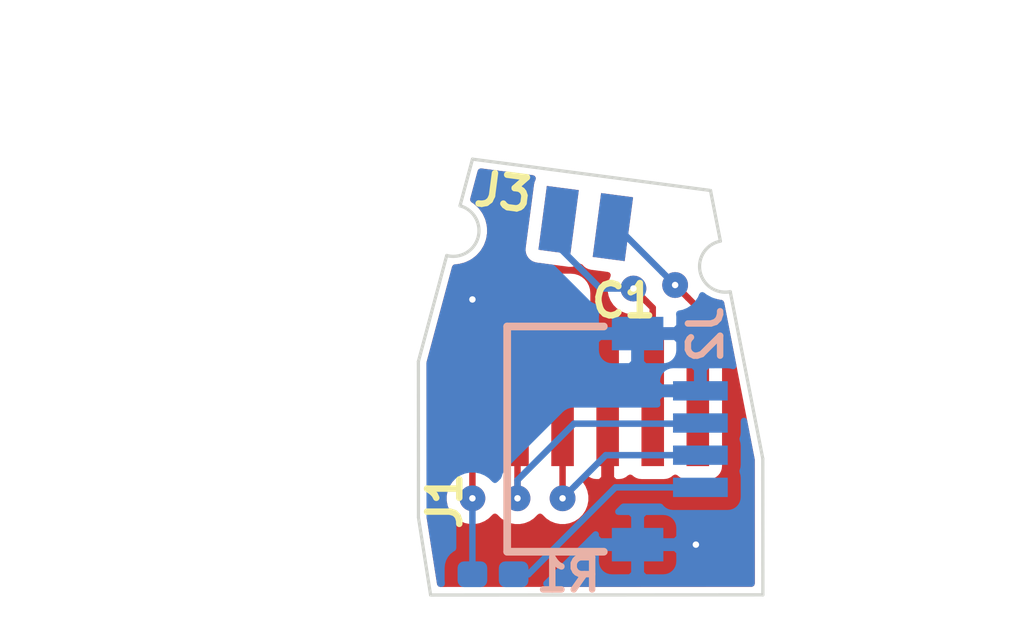
<source format=kicad_pcb>
(kicad_pcb (version 20171130) (host pcbnew "(5.1.4-0-10_14)")

  (general
    (thickness 0.65)
    (drawings 14)
    (tracks 38)
    (zones 0)
    (modules 5)
    (nets 10)
  )

  (page A)
  (title_block
    (title "TYMAN BTE RIGID ")
    (date 2019-09-19)
    (rev V1)
    (company "Solutions Design & Prototyping")
  )

  (layers
    (0 F.Cu signal)
    (31 B.Cu signal)
    (32 B.Adhes user hide)
    (33 F.Adhes user hide)
    (34 B.Paste user)
    (35 F.Paste user)
    (36 B.SilkS user)
    (37 F.SilkS user)
    (38 B.Mask user)
    (39 F.Mask user)
    (40 Dwgs.User user)
    (41 Cmts.User user)
    (42 Eco1.User user)
    (43 Eco2.User user)
    (44 Edge.Cuts user)
    (45 Margin user)
    (46 B.CrtYd user)
    (47 F.CrtYd user)
    (48 B.Fab user hide)
    (49 F.Fab user hide)
  )

  (setup
    (last_trace_width 0.1)
    (user_trace_width 0.1)
    (trace_clearance 0.2)
    (zone_clearance 0.1)
    (zone_45_only no)
    (trace_min 0.1)
    (via_size 0.8)
    (via_drill 0.4)
    (via_min_size 0.4)
    (via_min_drill 0.1)
    (user_via 0.4 0.1)
    (uvia_size 0.3)
    (uvia_drill 0.1)
    (uvias_allowed yes)
    (uvia_min_size 0.2)
    (uvia_min_drill 0.1)
    (edge_width 0.05)
    (segment_width 0.2)
    (pcb_text_width 0.3)
    (pcb_text_size 1.5 1.5)
    (mod_edge_width 0.12)
    (mod_text_size 1 1)
    (mod_text_width 0.15)
    (pad_size 1.524 1.524)
    (pad_drill 0.762)
    (pad_to_mask_clearance 0.051)
    (solder_mask_min_width 0.25)
    (aux_axis_origin 128.784183 95.031304)
    (grid_origin 128.784183 95.031304)
    (visible_elements FFFFFF7F)
    (pcbplotparams
      (layerselection 0x010fc_ffffffff)
      (usegerberextensions false)
      (usegerberattributes false)
      (usegerberadvancedattributes false)
      (creategerberjobfile false)
      (excludeedgelayer true)
      (linewidth 0.100000)
      (plotframeref false)
      (viasonmask false)
      (mode 1)
      (useauxorigin false)
      (hpglpennumber 1)
      (hpglpenspeed 20)
      (hpglpendiameter 15.000000)
      (psnegative false)
      (psa4output false)
      (plotreference true)
      (plotvalue true)
      (plotinvisibletext false)
      (padsonsilk false)
      (subtractmaskfromsilk false)
      (outputformat 1)
      (mirror false)
      (drillshape 0)
      (scaleselection 1)
      (outputdirectory "One Up Plot/"))
  )

  (net 0 "")
  (net 1 /SPK+)
  (net 2 /DATA)
  (net 3 +3V3)
  (net 4 /CLK)
  (net 5 GND)
  (net 6 /SPK-)
  (net 7 "Net-(J3-Pad1)")
  (net 8 "Net-(J3-Pad2)")
  (net 9 "Net-(J2-Pad4)")

  (net_class Default "This is the default net class."
    (clearance 0.2)
    (trace_width 0.1)
    (via_dia 0.8)
    (via_drill 0.4)
    (uvia_dia 0.3)
    (uvia_drill 0.1)
    (add_net +3V3)
    (add_net /CLK)
    (add_net /DATA)
    (add_net /SPK+)
    (add_net /SPK-)
    (add_net GND)
    (add_net "Net-(J2-Pad4)")
    (add_net "Net-(J3-Pad1)")
    (add_net "Net-(J3-Pad2)")
  )

  (module Tympan_BTE_RIGID:CS44 (layer F.Cu) (tedit 5D83E5A1) (tstamp 5D83F350)
    (at 126.034183 89.261304 352.5)
    (path /5D8296F0)
    (fp_text reference J3 (at -1.333007 -0.318734 172.5) (layer F.SilkS)
      (effects (font (size 0.5 0.5) (thickness 0.1)))
    )
    (fp_text value "CS44 Connector" (at 0 0 172.5) (layer F.Fab)
      (effects (font (size 1 1) (thickness 0.15)))
    )
    (pad 4 smd rect (at -0.425 0 352.5) (size 0.5 1) (layers B.Cu B.Mask)
      (net 6 /SPK-))
    (pad 3 smd rect (at 0.425 0 352.5) (size 0.5 1) (layers B.Cu B.Mask)
      (net 1 /SPK+))
    (pad 2 smd rect (at 0.425 0 352.5) (size 0.5 1) (layers F.Cu F.Mask)
      (net 8 "Net-(J3-Pad2)"))
    (pad 1 smd rect (at -0.425 0 352.5) (size 0.5 1) (layers F.Cu F.Mask)
      (net 7 "Net-(J3-Pad1)"))
  )

  (module Tympan_BTE_RIGID:BTE_INPUT (layer F.Cu) (tedit 5D83E53D) (tstamp 5D83F33B)
    (at 126.024183 92.031304 90)
    (path /5D828F54)
    (fp_text reference J1 (at -1.54 -2.18 270) (layer F.SilkS)
      (effects (font (size 0.5 0.5) (thickness 0.1)))
    )
    (fp_text value "Input Wire Connector" (at 0.25 2.6 270) (layer F.Fab)
      (effects (font (size 1 1) (thickness 0.15)))
    )
    (pad 6 smd rect (at 0 1.75 90) (size 2 0.35) (layers F.Cu F.Mask)
      (net 1 /SPK+))
    (pad 5 smd rect (at 0 1.05 90) (size 2 0.35) (layers F.Cu F.Mask)
      (net 6 /SPK-))
    (pad 4 smd rect (at 0 0.35 90) (size 2 0.35) (layers F.Cu F.Mask)
      (net 5 GND))
    (pad 3 smd rect (at 0 -0.35 90) (size 2 0.35) (layers F.Cu F.Mask)
      (net 3 +3V3))
    (pad 2 smd rect (at 0 -1.05 90) (size 2 0.35) (layers F.Cu F.Mask)
      (net 4 /CLK))
    (pad 1 smd rect (at 0 -1.75 90) (size 2 0.35) (layers F.Cu F.Mask)
      (net 2 /DATA))
  )

  (module Tympan_BTE_RIGID:10062827-0410EDHLF (layer B.Cu) (tedit 5D83AC9B) (tstamp 5D83F553)
    (at 127.814183 92.611304 90)
    (path /5D828575)
    (fp_text reference J2 (at 1.63 0.08 270) (layer B.SilkS)
      (effects (font (size 0.5 0.5) (thickness 0.1)) (justify mirror))
    )
    (fp_text value "FPC Connector" (at 0.425 -2 270) (layer B.Fab)
      (effects (font (size 1 1) (thickness 0.15)) (justify mirror))
    )
    (fp_line (start 1.75 -3) (end -1.75 -3) (layer B.SilkS) (width 0.12))
    (fp_line (start -1.75 -1.5) (end -1.75 -3) (layer B.SilkS) (width 0.12))
    (fp_line (start 1.75 -1.5) (end 1.75 -3) (layer B.SilkS) (width 0.12))
    (pad 1 smd rect (at 0.75 0 90) (size 0.3 0.85) (layers B.Cu B.Paste B.Mask)
      (net 5 GND))
    (pad 2 smd rect (at 0.25 0 90) (size 0.3 0.85) (layers B.Cu B.Paste B.Mask)
      (net 4 /CLK))
    (pad 3 smd rect (at -0.25 0 90) (size 0.3 0.85) (layers B.Cu B.Paste B.Mask)
      (net 3 +3V3))
    (pad 4 smd rect (at -0.75 0 90) (size 0.3 0.85) (layers B.Cu B.Paste B.Mask)
      (net 9 "Net-(J2-Pad4)"))
    (pad 5 smd rect (at -1.64 -0.975 90) (size 0.52 0.8) (layers B.Cu B.Paste B.Mask)
      (net 5 GND))
    (pad 6 smd rect (at 1.64 -0.975 90) (size 0.52 0.8) (layers B.Cu B.Paste B.Mask)
      (net 5 GND))
  )

  (module Capacitor_SMD:C_0201_0603Metric (layer F.Cu) (tedit 5B301BBE) (tstamp 5D83F7A1)
    (at 125.354183 90.441304 180)
    (descr "Capacitor SMD 0201 (0603 Metric), square (rectangular) end terminal, IPC_7351 nominal, (Body size source: https://www.vishay.com/docs/20052/crcw0201e3.pdf), generated with kicad-footprint-generator")
    (tags capacitor)
    (path /5D84711B)
    (attr smd)
    (fp_text reference C1 (at -1.27 -0.02) (layer F.SilkS)
      (effects (font (size 0.5 0.5) (thickness 0.1)))
    )
    (fp_text value 220nF (at 0 1.05) (layer F.Fab)
      (effects (font (size 1 1) (thickness 0.15)))
    )
    (fp_line (start -0.3 0.15) (end -0.3 -0.15) (layer F.Fab) (width 0.1))
    (fp_line (start -0.3 -0.15) (end 0.3 -0.15) (layer F.Fab) (width 0.1))
    (fp_line (start 0.3 -0.15) (end 0.3 0.15) (layer F.Fab) (width 0.1))
    (fp_line (start 0.3 0.15) (end -0.3 0.15) (layer F.Fab) (width 0.1))
    (fp_line (start -0.7 0.35) (end -0.7 -0.35) (layer F.CrtYd) (width 0.05))
    (fp_line (start -0.7 -0.35) (end 0.7 -0.35) (layer F.CrtYd) (width 0.05))
    (fp_line (start 0.7 -0.35) (end 0.7 0.35) (layer F.CrtYd) (width 0.05))
    (fp_line (start 0.7 0.35) (end -0.7 0.35) (layer F.CrtYd) (width 0.05))
    (fp_text user %R (at 0 -0.68) (layer F.Fab)
      (effects (font (size 0.25 0.25) (thickness 0.04)))
    )
    (pad "" smd roundrect (at -0.345 0 180) (size 0.318 0.36) (layers F.Paste) (roundrect_rratio 0.25))
    (pad "" smd roundrect (at 0.345 0 180) (size 0.318 0.36) (layers F.Paste) (roundrect_rratio 0.25))
    (pad 1 smd roundrect (at -0.32 0 180) (size 0.46 0.4) (layers F.Cu F.Mask) (roundrect_rratio 0.25)
      (net 3 +3V3))
    (pad 2 smd roundrect (at 0.32 0 180) (size 0.46 0.4) (layers F.Cu F.Mask) (roundrect_rratio 0.25)
      (net 5 GND))
    (model ${KISYS3DMOD}/Capacitor_SMD.3dshapes/C_0201_0603Metric.wrl
      (at (xyz 0 0 0))
      (scale (xyz 1 1 1))
      (rotate (xyz 0 0 0))
    )
  )

  (module Resistor_SMD:R_0201_0603Metric (layer B.Cu) (tedit 5B301BBD) (tstamp 5D83F7B2)
    (at 124.594183 94.711304)
    (descr "Resistor SMD 0201 (0603 Metric), square (rectangular) end terminal, IPC_7351 nominal, (Body size source: https://www.vishay.com/docs/20052/crcw0201e3.pdf), generated with kicad-footprint-generator")
    (tags resistor)
    (path /5D847DEF)
    (attr smd)
    (fp_text reference R1 (at 1.17 0.01) (layer B.SilkS)
      (effects (font (size 0.5 0.5) (thickness 0.1)) (justify mirror))
    )
    (fp_text value 50R (at 0 -1.05) (layer B.Fab)
      (effects (font (size 1 1) (thickness 0.15)) (justify mirror))
    )
    (fp_line (start -0.3 -0.15) (end -0.3 0.15) (layer B.Fab) (width 0.1))
    (fp_line (start -0.3 0.15) (end 0.3 0.15) (layer B.Fab) (width 0.1))
    (fp_line (start 0.3 0.15) (end 0.3 -0.15) (layer B.Fab) (width 0.1))
    (fp_line (start 0.3 -0.15) (end -0.3 -0.15) (layer B.Fab) (width 0.1))
    (fp_line (start -0.7 -0.35) (end -0.7 0.35) (layer B.CrtYd) (width 0.05))
    (fp_line (start -0.7 0.35) (end 0.7 0.35) (layer B.CrtYd) (width 0.05))
    (fp_line (start 0.7 0.35) (end 0.7 -0.35) (layer B.CrtYd) (width 0.05))
    (fp_line (start 0.7 -0.35) (end -0.7 -0.35) (layer B.CrtYd) (width 0.05))
    (fp_text user %R (at 0 0.68) (layer B.Fab)
      (effects (font (size 0.25 0.25) (thickness 0.04)) (justify mirror))
    )
    (pad "" smd roundrect (at -0.345 0) (size 0.318 0.36) (layers B.Paste) (roundrect_rratio 0.25))
    (pad "" smd roundrect (at 0.345 0) (size 0.318 0.36) (layers B.Paste) (roundrect_rratio 0.25))
    (pad 1 smd roundrect (at -0.32 0) (size 0.46 0.4) (layers B.Cu B.Mask) (roundrect_rratio 0.25)
      (net 2 /DATA))
    (pad 2 smd roundrect (at 0.32 0) (size 0.46 0.4) (layers B.Cu B.Mask) (roundrect_rratio 0.25)
      (net 9 "Net-(J2-Pad4)"))
    (model ${KISYS3DMOD}/Resistor_SMD.3dshapes/R_0201_0603Metric.wrl
      (at (xyz 0 0 0))
      (scale (xyz 1 1 1))
      (rotate (xyz 0 0 0))
    )
  )

  (dimension 1.178936 (width 0.1) (layer Eco1.User)
    (gr_text "1.179 mm" (at 127.683956 86.536869 -8.10291957) (layer Eco1.User)
      (effects (font (size 1 1) (thickness 0.15)))
    )
    (feature1 (pts (xy 126.747586 88.931687) (xy 127.00684 87.110738)))
    (feature2 (pts (xy 127.914752 89.09786) (xy 128.174006 87.276911)))
    (crossbar (pts (xy 128.091349 87.857477) (xy 126.924183 87.691304)))
    (arrow1a (pts (xy 126.924183 87.691304) (xy 128.122097 87.26952)))
    (arrow1b (pts (xy 126.924183 87.691304) (xy 127.956783 88.430653)))
    (arrow2a (pts (xy 128.091349 87.857477) (xy 127.058749 87.118128)))
    (arrow2b (pts (xy 128.091349 87.857477) (xy 126.893435 88.279261)))
  )
  (dimension 2 (width 0.1) (layer Eco1.User)
    (gr_text "2.000 mm" (at 120.654183 94.031304 90) (layer Eco1.User)
      (effects (font (size 1 1) (thickness 0.15)))
    )
    (feature1 (pts (xy 125.554183 93.031304) (xy 121.317762 93.031304)))
    (feature2 (pts (xy 125.554183 95.031304) (xy 121.317762 95.031304)))
    (crossbar (pts (xy 121.904183 95.031304) (xy 121.904183 93.031304)))
    (arrow1a (pts (xy 121.904183 93.031304) (xy 122.490604 94.157808)))
    (arrow1b (pts (xy 121.904183 93.031304) (xy 121.317762 94.157808)))
    (arrow2a (pts (xy 121.904183 95.031304) (xy 122.490604 93.9048)))
    (arrow2b (pts (xy 121.904183 95.031304) (xy 121.317762 93.9048)))
  )
  (dimension 1.52 (width 0.1) (layer Eco1.User)
    (gr_text "1.520 mm" (at 131.434183 94.271304 90) (layer Eco1.User)
      (effects (font (size 1 1) (thickness 0.15)))
    )
    (feature1 (pts (xy 127.914183 93.511304) (xy 130.770604 93.511304)))
    (feature2 (pts (xy 127.914183 95.031304) (xy 130.770604 95.031304)))
    (crossbar (pts (xy 130.184183 95.031304) (xy 130.184183 93.511304)))
    (arrow1a (pts (xy 130.184183 93.511304) (xy 130.770604 94.637808)))
    (arrow1b (pts (xy 130.184183 93.511304) (xy 129.597762 94.637808)))
    (arrow2a (pts (xy 130.184183 95.031304) (xy 130.770604 93.9048)))
    (arrow2b (pts (xy 130.184183 95.031304) (xy 129.597762 93.9048)))
  )
  (gr_line (start 124.275192 88.26087) (end 124.081699 88.985479) (layer Edge.Cuts) (width 0.05))
  (gr_line (start 128.783077 92.91504) (end 128.277732 90.320497) (layer Edge.Cuts) (width 0.05))
  (gr_line (start 123.875305 89.758397) (end 123.435152 91.406723) (layer Edge.Cuts) (width 0.05))
  (gr_line (start 123.435152 91.406723) (end 123.436416 93.82894) (layer Edge.Cuts) (width 0.05))
  (gr_line (start 123.436416 93.82894) (end 123.624761 95.033998) (layer Edge.Cuts) (width 0.05))
  (gr_line (start 123.624761 95.033998) (end 128.784183 95.031304) (layer Edge.Cuts) (width 0.05))
  (gr_line (start 128.784183 95.031304) (end 128.783077 92.91504) (layer Edge.Cuts) (width 0.05))
  (gr_line (start 128.124786 89.535252) (end 127.971349 88.747477) (layer Edge.Cuts) (width 0.05))
  (gr_line (start 127.971349 88.747477) (end 124.275192 88.26087) (layer Edge.Cuts) (width 0.05))
  (gr_arc (start 123.978503 89.371938) (end 123.875305 89.758397) (angle -180) (layer Edge.Cuts) (width 0.05))
  (gr_arc (start 128.201259 89.927874) (end 128.124786 89.535252) (angle -180) (layer Edge.Cuts) (width 0.05))

  (via (at 126.774187 90.271304) (size 0.4) (drill 0.1) (layers F.Cu B.Cu) (net 6))
  (segment (start 126.974186 90.471303) (end 126.774187 90.271304) (width 0.1) (layer F.Cu) (net 6))
  (segment (start 125.594183 89.221304) (end 125.514183 89.301304) (width 0.1) (layer B.Cu) (net 6))
  (segment (start 127.074183 92.031304) (end 127.074183 90.5713) (width 0.1) (layer F.Cu) (net 6))
  (segment (start 127.074183 90.5713) (end 126.974186 90.471303) (width 0.1) (layer F.Cu) (net 6))
  (segment (start 125.514183 89.524156) (end 126.261331 90.271304) (width 0.1) (layer B.Cu) (net 6))
  (segment (start 126.261331 90.271304) (end 126.491345 90.271304) (width 0.1) (layer B.Cu) (net 6))
  (segment (start 125.514183 89.301304) (end 125.514183 89.524156) (width 0.1) (layer B.Cu) (net 6))
  (segment (start 126.491345 90.271304) (end 126.774187 90.271304) (width 0.1) (layer B.Cu) (net 6))
  (via (at 124.274183 93.531314) (size 0.4) (drill 0.1) (layers F.Cu B.Cu) (net 2))
  (segment (start 124.274183 92.031304) (end 124.274183 93.531314) (width 0.1) (layer F.Cu) (net 2))
  (segment (start 124.274183 94.711304) (end 124.274183 93.531314) (width 0.1) (layer B.Cu) (net 2))
  (segment (start 125.674183 92.031304) (end 125.674183 90.441304) (width 0.1) (layer F.Cu) (net 3))
  (via (at 125.674183 93.531296) (size 0.4) (drill 0.1) (layers F.Cu B.Cu) (net 3))
  (segment (start 126.344175 92.861304) (end 125.874182 93.331297) (width 0.1) (layer B.Cu) (net 3))
  (segment (start 125.674183 92.031304) (end 125.674183 93.531296) (width 0.1) (layer F.Cu) (net 3))
  (segment (start 127.794183 92.861304) (end 126.344175 92.861304) (width 0.1) (layer B.Cu) (net 3))
  (segment (start 125.874182 93.331297) (end 125.674183 93.531296) (width 0.1) (layer B.Cu) (net 3))
  (via (at 124.974183 93.531306) (size 0.4) (drill 0.1) (layers F.Cu B.Cu) (net 4))
  (segment (start 124.974183 92.031304) (end 124.974183 93.531306) (width 0.1) (layer F.Cu) (net 4))
  (segment (start 127.814183 92.371304) (end 125.851343 92.371304) (width 0.1) (layer B.Cu) (net 4))
  (segment (start 124.974183 93.248464) (end 124.974183 93.531306) (width 0.1) (layer B.Cu) (net 4))
  (segment (start 125.851343 92.371304) (end 124.974183 93.248464) (width 0.1) (layer B.Cu) (net 4))
  (via (at 124.274183 90.441304) (size 0.4) (drill 0.1) (layers F.Cu B.Cu) (net 5))
  (segment (start 125.034183 90.441304) (end 124.274183 90.441304) (width 0.1) (layer F.Cu) (net 5))
  (via (at 127.744183 94.251304) (size 0.4) (drill 0.1) (layers F.Cu B.Cu) (net 5))
  (segment (start 126.839183 94.251304) (end 127.744183 94.251304) (width 0.1) (layer B.Cu) (net 5))
  (segment (start 126.536082 89.331304) (end 127.22173 90.016952) (width 0.1) (layer B.Cu) (net 1))
  (segment (start 127.621728 90.41695) (end 127.421729 90.216951) (width 0.1) (layer F.Cu) (net 1))
  (via (at 127.421729 90.216951) (size 0.4) (drill 0.1) (layers F.Cu B.Cu) (net 1))
  (segment (start 127.22173 90.016952) (end 127.421729 90.216951) (width 0.1) (layer B.Cu) (net 1))
  (segment (start 127.774183 92.031304) (end 127.774183 90.569405) (width 0.1) (layer F.Cu) (net 1))
  (segment (start 127.774183 90.569405) (end 127.621728 90.41695) (width 0.1) (layer F.Cu) (net 1))
  (segment (start 126.474183 89.331304) (end 126.536082 89.331304) (width 0.1) (layer B.Cu) (net 1))
  (segment (start 127.744183 93.361304) (end 127.764183 93.341304) (width 0.1) (layer B.Cu) (net 9))
  (segment (start 126.494183 93.361304) (end 127.744183 93.361304) (width 0.1) (layer B.Cu) (net 9))
  (segment (start 125.144183 94.711304) (end 126.494183 93.361304) (width 0.1) (layer B.Cu) (net 9))
  (segment (start 124.914183 94.711304) (end 125.144183 94.711304) (width 0.1) (layer B.Cu) (net 9))

  (zone (net 5) (net_name GND) (layer B.Cu) (tstamp 5D83E7B9) (hatch edge 0.508)
    (connect_pads (clearance 0.1))
    (min_thickness 0.1)
    (fill yes (arc_segments 32) (thermal_gap 0.2) (thermal_bridge_width 0.2))
    (polygon
      (pts
        (xy 128.784183 95.031304) (xy 128.784183 92.931304) (xy 127.974183 88.751304) (xy 124.284183 88.261304) (xy 123.434183 91.411304)
        (xy 123.434183 93.831304) (xy 123.624183 95.031304)
      )
    )
    (filled_polygon
      (pts
        (xy 125.208851 88.560297) (xy 125.192344 88.596728) (xy 125.181161 88.644687) (xy 125.050635 89.636132) (xy 125.049024 89.685351)
        (xy 125.057046 89.733939) (xy 125.074393 89.780028) (xy 125.100398 89.821847) (xy 125.134061 89.85779) (xy 125.174091 89.886474)
        (xy 125.218947 89.906798) (xy 125.266906 89.917981) (xy 125.51662 89.950856) (xy 126.038782 90.473019) (xy 126.048173 90.484462)
        (xy 126.059616 90.493853) (xy 126.093853 90.521951) (xy 126.14597 90.549808) (xy 126.159132 90.553801) (xy 126.202521 90.566963)
        (xy 126.231858 90.569852) (xy 126.23031 90.571739) (xy 126.207095 90.61517) (xy 126.1928 90.662295) (xy 126.187973 90.711304)
        (xy 126.189183 90.858804) (xy 126.251683 90.921304) (xy 126.789183 90.921304) (xy 126.789183 90.901304) (xy 126.889183 90.901304)
        (xy 126.889183 90.921304) (xy 127.426683 90.921304) (xy 127.489183 90.858804) (xy 127.490393 90.711304) (xy 127.485641 90.663054)
        (xy 127.552989 90.649657) (xy 127.634884 90.615736) (xy 127.708587 90.566489) (xy 127.771267 90.503809) (xy 127.820514 90.430106)
        (xy 127.84318 90.375383) (xy 127.867839 90.395623) (xy 127.881038 90.404452) (xy 127.894084 90.413444) (xy 127.896229 90.414613)
        (xy 127.965043 90.451477) (xy 127.979698 90.45757) (xy 127.994248 90.46386) (xy 127.99658 90.46459) (xy 128.071243 90.487386)
        (xy 128.086793 90.490515) (xy 128.102299 90.493861) (xy 128.104724 90.494124) (xy 128.104728 90.494124) (xy 128.133835 90.497069)
        (xy 128.32449 91.475932) (xy 128.288192 91.464921) (xy 128.239183 91.460094) (xy 127.926683 91.461304) (xy 127.864183 91.523804)
        (xy 127.864183 91.811304) (xy 127.884183 91.811304) (xy 127.884183 91.911304) (xy 127.864183 91.911304) (xy 127.864183 91.931304)
        (xy 127.764183 91.931304) (xy 127.764183 91.911304) (xy 127.201683 91.911304) (xy 127.139183 91.973804) (xy 127.137973 92.011304)
        (xy 127.1428 92.060313) (xy 127.146134 92.071304) (xy 125.866073 92.071304) (xy 125.851343 92.069853) (xy 125.836613 92.071304)
        (xy 125.83661 92.071304) (xy 125.792533 92.075645) (xy 125.735983 92.0928) (xy 125.683865 92.120657) (xy 125.649629 92.148754)
        (xy 125.638185 92.158146) (xy 125.628794 92.169589) (xy 124.772473 93.025911) (xy 124.761025 93.035306) (xy 124.74088 93.059854)
        (xy 124.723536 93.080987) (xy 124.714122 93.0986) (xy 124.695679 93.133105) (xy 124.678524 93.189655) (xy 124.678424 93.190669)
        (xy 124.624645 93.244448) (xy 124.62418 93.245143) (xy 124.623721 93.244456) (xy 124.561041 93.181776) (xy 124.487338 93.132529)
        (xy 124.405443 93.098608) (xy 124.318504 93.081314) (xy 124.229862 93.081314) (xy 124.142923 93.098608) (xy 124.061028 93.132529)
        (xy 123.987325 93.181776) (xy 123.924645 93.244456) (xy 123.875398 93.318159) (xy 123.841477 93.400054) (xy 123.824183 93.486993)
        (xy 123.824183 93.575635) (xy 123.841477 93.662574) (xy 123.875398 93.744469) (xy 123.924645 93.818172) (xy 123.974184 93.867711)
        (xy 123.974183 94.305856) (xy 123.949062 94.319284) (xy 123.895841 94.362962) (xy 123.852163 94.416183) (xy 123.819708 94.476902)
        (xy 123.799722 94.542787) (xy 123.792974 94.611304) (xy 123.792974 94.811304) (xy 123.797662 94.858908) (xy 123.774521 94.85892)
        (xy 123.611408 93.815303) (xy 123.61031 91.711304) (xy 127.137973 91.711304) (xy 127.139183 91.748804) (xy 127.201683 91.811304)
        (xy 127.764183 91.811304) (xy 127.764183 91.523804) (xy 127.701683 91.461304) (xy 127.389183 91.460094) (xy 127.340174 91.464921)
        (xy 127.293049 91.479216) (xy 127.249618 91.502431) (xy 127.211551 91.533672) (xy 127.18031 91.571739) (xy 127.157095 91.61517)
        (xy 127.1428 91.662295) (xy 127.137973 91.711304) (xy 123.61031 91.711304) (xy 123.610163 91.429639) (xy 123.663124 91.231304)
        (xy 126.187973 91.231304) (xy 126.1928 91.280313) (xy 126.207095 91.327438) (xy 126.23031 91.370869) (xy 126.261551 91.408936)
        (xy 126.299618 91.440177) (xy 126.343049 91.463392) (xy 126.390174 91.477687) (xy 126.439183 91.482514) (xy 126.726683 91.481304)
        (xy 126.789183 91.418804) (xy 126.789183 91.021304) (xy 126.889183 91.021304) (xy 126.889183 91.418804) (xy 126.951683 91.481304)
        (xy 127.239183 91.482514) (xy 127.288192 91.477687) (xy 127.335317 91.463392) (xy 127.378748 91.440177) (xy 127.416815 91.408936)
        (xy 127.448056 91.370869) (xy 127.471271 91.327438) (xy 127.485566 91.280313) (xy 127.490393 91.231304) (xy 127.489183 91.083804)
        (xy 127.426683 91.021304) (xy 126.889183 91.021304) (xy 126.789183 91.021304) (xy 126.251683 91.021304) (xy 126.189183 91.083804)
        (xy 126.187973 91.231304) (xy 123.663124 91.231304) (xy 124.006786 89.944334) (xy 124.04398 89.942613) (xy 124.059687 89.940336)
        (xy 124.075404 89.938281) (xy 124.07778 89.937713) (xy 124.153577 89.919027) (xy 124.168531 89.913747) (xy 124.183564 89.908673)
        (xy 124.185784 89.907654) (xy 124.256509 89.874601) (xy 124.270143 89.866522) (xy 124.28391 89.858622) (xy 124.28589 89.857191)
        (xy 124.348847 89.811031) (xy 124.360641 89.800468) (xy 124.372624 89.790033) (xy 124.374289 89.788245) (xy 124.427081 89.730736)
        (xy 124.436631 89.71804) (xy 124.446327 89.705517) (xy 124.447613 89.70344) (xy 124.488229 89.636771) (xy 124.495097 89.622531)
        (xy 124.502209 89.608299) (xy 124.503066 89.606011) (xy 124.52996 89.532724) (xy 124.533932 89.517424) (xy 124.538145 89.502076)
        (xy 124.538542 89.499666) (xy 124.550689 89.422549) (xy 124.551616 89.406707) (xy 124.552764 89.390893) (xy 124.552685 89.388451)
        (xy 124.549621 89.310445) (xy 124.547454 89.294722) (xy 124.545509 89.278994) (xy 124.544958 89.276615) (xy 124.526801 89.200688)
        (xy 124.521623 89.185692) (xy 124.516657 89.17063) (xy 124.515657 89.168409) (xy 124.515655 89.168404) (xy 124.515652 89.1684)
        (xy 124.483096 89.09745) (xy 124.475124 89.083779) (xy 124.467308 89.069936) (xy 124.465891 89.067946) (xy 124.42017 89.004668)
        (xy 124.409684 88.992794) (xy 124.399338 88.980744) (xy 124.397561 88.979067) (xy 124.340421 88.925875) (xy 124.327842 88.916275)
        (xy 124.315341 88.906455) (xy 124.313272 88.905155) (xy 124.288391 88.889757) (xy 124.404639 88.454421)
      )
    )
    (filled_polygon
      (pts
        (xy 128.608086 92.931975) (xy 128.609092 94.856396) (xy 125.42169 94.85806) (xy 125.768446 94.511304) (xy 126.187973 94.511304)
        (xy 126.1928 94.560313) (xy 126.207095 94.607438) (xy 126.23031 94.650869) (xy 126.261551 94.688936) (xy 126.299618 94.720177)
        (xy 126.343049 94.743392) (xy 126.390174 94.757687) (xy 126.439183 94.762514) (xy 126.726683 94.761304) (xy 126.789183 94.698804)
        (xy 126.789183 94.301304) (xy 126.889183 94.301304) (xy 126.889183 94.698804) (xy 126.951683 94.761304) (xy 127.239183 94.762514)
        (xy 127.288192 94.757687) (xy 127.335317 94.743392) (xy 127.378748 94.720177) (xy 127.416815 94.688936) (xy 127.448056 94.650869)
        (xy 127.471271 94.607438) (xy 127.485566 94.560313) (xy 127.490393 94.511304) (xy 127.489183 94.363804) (xy 127.426683 94.301304)
        (xy 126.889183 94.301304) (xy 126.789183 94.301304) (xy 126.251683 94.301304) (xy 126.189183 94.363804) (xy 126.187973 94.511304)
        (xy 125.768446 94.511304) (xy 126.188791 94.09096) (xy 126.189183 94.138804) (xy 126.251683 94.201304) (xy 126.789183 94.201304)
        (xy 126.789183 93.803804) (xy 126.889183 93.803804) (xy 126.889183 94.201304) (xy 127.426683 94.201304) (xy 127.489183 94.138804)
        (xy 127.490393 93.991304) (xy 127.485566 93.942295) (xy 127.471271 93.89517) (xy 127.448056 93.851739) (xy 127.416815 93.813672)
        (xy 127.378748 93.782431) (xy 127.335317 93.759216) (xy 127.288192 93.744921) (xy 127.239183 93.740094) (xy 126.951683 93.741304)
        (xy 126.889183 93.803804) (xy 126.789183 93.803804) (xy 126.726683 93.741304) (xy 126.539236 93.740515) (xy 126.618447 93.661304)
        (xy 127.188874 93.661304) (xy 127.211551 93.688936) (xy 127.249619 93.720177) (xy 127.293049 93.743391) (xy 127.340175 93.757686)
        (xy 127.389183 93.762513) (xy 128.239183 93.762513) (xy 128.288191 93.757686) (xy 128.335317 93.743391) (xy 128.378747 93.720177)
        (xy 128.416815 93.688936) (xy 128.448056 93.650868) (xy 128.47127 93.607438) (xy 128.485565 93.560312) (xy 128.490392 93.511304)
        (xy 128.490392 93.211304) (xy 128.485565 93.162296) (xy 128.47127 93.11517) (xy 128.469204 93.111304) (xy 128.47127 93.107438)
        (xy 128.485565 93.060312) (xy 128.490392 93.011304) (xy 128.490392 92.711304) (xy 128.485565 92.662296) (xy 128.47127 92.61517)
        (xy 128.469204 92.611304) (xy 128.47127 92.607438) (xy 128.485565 92.560312) (xy 128.490392 92.511304) (xy 128.490392 92.327708)
      )
    )
  )
  (zone (net 5) (net_name GND) (layer F.Cu) (tstamp 5D83E7B6) (hatch edge 0.508)
    (connect_pads (clearance 0.1))
    (min_thickness 0.1)
    (fill yes (arc_segments 32) (thermal_gap 0.2) (thermal_bridge_width 0.2))
    (polygon
      (pts
        (xy 128.784183 95.031304) (xy 128.784183 92.931304) (xy 127.974183 88.751304) (xy 124.284183 88.261304) (xy 123.434183 91.411304)
        (xy 123.434183 93.831304) (xy 123.624183 95.031304)
      )
    )
    (filled_polygon
      (pts
        (xy 125.208851 88.560297) (xy 125.192344 88.596728) (xy 125.181161 88.644687) (xy 125.050635 89.636132) (xy 125.049024 89.685351)
        (xy 125.057046 89.733939) (xy 125.074393 89.780028) (xy 125.100398 89.821847) (xy 125.134061 89.85779) (xy 125.174091 89.886474)
        (xy 125.218947 89.906798) (xy 125.266906 89.917981) (xy 125.762628 89.983244) (xy 125.811847 89.984855) (xy 125.860435 89.976833)
        (xy 125.906524 89.959486) (xy 125.945452 89.935279) (xy 125.976789 89.968738) (xy 126.016819 89.997422) (xy 126.061675 90.017746)
        (xy 126.109634 90.028929) (xy 126.373136 90.06362) (xy 126.341481 90.140044) (xy 126.324187 90.226983) (xy 126.324187 90.315625)
        (xy 126.341481 90.402564) (xy 126.375402 90.484459) (xy 126.424649 90.558162) (xy 126.487329 90.620842) (xy 126.561032 90.670089)
        (xy 126.642927 90.70401) (xy 126.729866 90.721304) (xy 126.774184 90.721304) (xy 126.774184 90.814646) (xy 126.759619 90.822431)
        (xy 126.724183 90.851512) (xy 126.688748 90.822431) (xy 126.645317 90.799216) (xy 126.598192 90.784921) (xy 126.549183 90.780094)
        (xy 126.486683 90.781304) (xy 126.424183 90.843804) (xy 126.424183 91.981304) (xy 126.444183 91.981304) (xy 126.444183 92.081304)
        (xy 126.424183 92.081304) (xy 126.424183 93.218804) (xy 126.486683 93.281304) (xy 126.549183 93.282514) (xy 126.598192 93.277687)
        (xy 126.645317 93.263392) (xy 126.688748 93.240177) (xy 126.724183 93.211096) (xy 126.759619 93.240177) (xy 126.803049 93.263391)
        (xy 126.850175 93.277686) (xy 126.899183 93.282513) (xy 127.249183 93.282513) (xy 127.298191 93.277686) (xy 127.345317 93.263391)
        (xy 127.388747 93.240177) (xy 127.424183 93.211096) (xy 127.459619 93.240177) (xy 127.503049 93.263391) (xy 127.550175 93.277686)
        (xy 127.599183 93.282513) (xy 127.949183 93.282513) (xy 127.998191 93.277686) (xy 128.045317 93.263391) (xy 128.088747 93.240177)
        (xy 128.126815 93.208936) (xy 128.158056 93.170868) (xy 128.18127 93.127438) (xy 128.195565 93.080312) (xy 128.200392 93.031304)
        (xy 128.200392 91.031304) (xy 128.195565 90.982296) (xy 128.18127 90.93517) (xy 128.158056 90.89174) (xy 128.126815 90.853672)
        (xy 128.088747 90.822431) (xy 128.074183 90.814646) (xy 128.074183 90.584128) (xy 128.075633 90.569405) (xy 128.074183 90.554682)
        (xy 128.074183 90.554672) (xy 128.069842 90.510595) (xy 128.06194 90.484546) (xy 128.071243 90.487386) (xy 128.086793 90.490515)
        (xy 128.102299 90.493861) (xy 128.104724 90.494124) (xy 128.104728 90.494124) (xy 128.133835 90.497069) (xy 128.608086 92.931975)
        (xy 128.609092 94.856396) (xy 123.774521 94.85892) (xy 123.611408 93.815303) (xy 123.611237 93.486993) (xy 123.824183 93.486993)
        (xy 123.824183 93.575635) (xy 123.841477 93.662574) (xy 123.875398 93.744469) (xy 123.924645 93.818172) (xy 123.987325 93.880852)
        (xy 124.061028 93.930099) (xy 124.142923 93.96402) (xy 124.229862 93.981314) (xy 124.318504 93.981314) (xy 124.405443 93.96402)
        (xy 124.487338 93.930099) (xy 124.561041 93.880852) (xy 124.623721 93.818172) (xy 124.624186 93.817477) (xy 124.624645 93.818164)
        (xy 124.687325 93.880844) (xy 124.761028 93.930091) (xy 124.842923 93.964012) (xy 124.929862 93.981306) (xy 125.018504 93.981306)
        (xy 125.105443 93.964012) (xy 125.187338 93.930091) (xy 125.261041 93.880844) (xy 125.323721 93.818164) (xy 125.324186 93.817468)
        (xy 125.324645 93.818154) (xy 125.387325 93.880834) (xy 125.461028 93.930081) (xy 125.542923 93.964002) (xy 125.629862 93.981296)
        (xy 125.718504 93.981296) (xy 125.805443 93.964002) (xy 125.887338 93.930081) (xy 125.961041 93.880834) (xy 126.023721 93.818154)
        (xy 126.072968 93.744451) (xy 126.106889 93.662556) (xy 126.124183 93.575617) (xy 126.124183 93.486975) (xy 126.106889 93.400036)
        (xy 126.072968 93.318141) (xy 126.023721 93.244438) (xy 126.005616 93.226333) (xy 126.024183 93.211096) (xy 126.059618 93.240177)
        (xy 126.103049 93.263392) (xy 126.150174 93.277687) (xy 126.199183 93.282514) (xy 126.261683 93.281304) (xy 126.324183 93.218804)
        (xy 126.324183 92.081304) (xy 126.304183 92.081304) (xy 126.304183 91.981304) (xy 126.324183 91.981304) (xy 126.324183 90.843804)
        (xy 126.261683 90.781304) (xy 126.199183 90.780094) (xy 126.150174 90.784921) (xy 126.103049 90.799216) (xy 126.059618 90.822431)
        (xy 126.024183 90.851512) (xy 126.000662 90.832209) (xy 126.052525 90.789646) (xy 126.096203 90.736425) (xy 126.128658 90.675706)
        (xy 126.148644 90.609821) (xy 126.155392 90.541304) (xy 126.155392 90.341304) (xy 126.148644 90.272787) (xy 126.128658 90.206902)
        (xy 126.096203 90.146183) (xy 126.052525 90.092962) (xy 125.999304 90.049284) (xy 125.938585 90.016829) (xy 125.8727 89.996843)
        (xy 125.804183 89.990095) (xy 125.544183 89.990095) (xy 125.475666 89.996843) (xy 125.409781 90.016829) (xy 125.39217 90.026242)
        (xy 125.360317 90.009216) (xy 125.313192 89.994921) (xy 125.264183 89.990094) (xy 125.146683 89.991304) (xy 125.084183 90.053804)
        (xy 125.084183 90.391304) (xy 125.104183 90.391304) (xy 125.104183 90.491304) (xy 125.084183 90.491304) (xy 125.084183 90.511304)
        (xy 124.984183 90.511304) (xy 124.984183 90.491304) (xy 124.616683 90.491304) (xy 124.554183 90.553804) (xy 124.552973 90.641304)
        (xy 124.5578 90.690313) (xy 124.572095 90.737438) (xy 124.59531 90.780869) (xy 124.626551 90.818936) (xy 124.645214 90.834253)
        (xy 124.624183 90.851512) (xy 124.588747 90.822431) (xy 124.545317 90.799217) (xy 124.498191 90.784922) (xy 124.449183 90.780095)
        (xy 124.099183 90.780095) (xy 124.050175 90.784922) (xy 124.003049 90.799217) (xy 123.959619 90.822431) (xy 123.921551 90.853672)
        (xy 123.89031 90.89174) (xy 123.867096 90.93517) (xy 123.852801 90.982296) (xy 123.847974 91.031304) (xy 123.847974 93.031304)
        (xy 123.852801 93.080312) (xy 123.867096 93.127438) (xy 123.89031 93.170868) (xy 123.921551 93.208936) (xy 123.94276 93.226341)
        (xy 123.924645 93.244456) (xy 123.875398 93.318159) (xy 123.841477 93.400054) (xy 123.824183 93.486993) (xy 123.611237 93.486993)
        (xy 123.610163 91.429639) (xy 123.927485 90.241304) (xy 124.552973 90.241304) (xy 124.554183 90.328804) (xy 124.616683 90.391304)
        (xy 124.984183 90.391304) (xy 124.984183 90.053804) (xy 124.921683 89.991304) (xy 124.804183 89.990094) (xy 124.755174 89.994921)
        (xy 124.708049 90.009216) (xy 124.664618 90.032431) (xy 124.626551 90.063672) (xy 124.59531 90.101739) (xy 124.572095 90.14517)
        (xy 124.5578 90.192295) (xy 124.552973 90.241304) (xy 123.927485 90.241304) (xy 124.006786 89.944334) (xy 124.04398 89.942613)
        (xy 124.059687 89.940336) (xy 124.075404 89.938281) (xy 124.07778 89.937713) (xy 124.153577 89.919027) (xy 124.168531 89.913747)
        (xy 124.183564 89.908673) (xy 124.185784 89.907654) (xy 124.256509 89.874601) (xy 124.270143 89.866522) (xy 124.28391 89.858622)
        (xy 124.28589 89.857191) (xy 124.348847 89.811031) (xy 124.360641 89.800468) (xy 124.372624 89.790033) (xy 124.374289 89.788245)
        (xy 124.427081 89.730736) (xy 124.436631 89.71804) (xy 124.446327 89.705517) (xy 124.447613 89.70344) (xy 124.488229 89.636771)
        (xy 124.495097 89.622531) (xy 124.502209 89.608299) (xy 124.503066 89.606011) (xy 124.52996 89.532724) (xy 124.533932 89.517424)
        (xy 124.538145 89.502076) (xy 124.538542 89.499666) (xy 124.550689 89.422549) (xy 124.551616 89.406707) (xy 124.552764 89.390893)
        (xy 124.552685 89.388451) (xy 124.549621 89.310445) (xy 124.547454 89.294722) (xy 124.545509 89.278994) (xy 124.544958 89.276615)
        (xy 124.526801 89.200688) (xy 124.521623 89.185692) (xy 124.516657 89.17063) (xy 124.515657 89.168409) (xy 124.515655 89.168404)
        (xy 124.515652 89.1684) (xy 124.483096 89.09745) (xy 124.475124 89.083779) (xy 124.467308 89.069936) (xy 124.465891 89.067946)
        (xy 124.42017 89.004668) (xy 124.409684 88.992794) (xy 124.399338 88.980744) (xy 124.397561 88.979067) (xy 124.340421 88.925875)
        (xy 124.327842 88.916275) (xy 124.315341 88.906455) (xy 124.313272 88.905155) (xy 124.288391 88.889757) (xy 124.404639 88.454421)
      )
    )
  )
)

</source>
